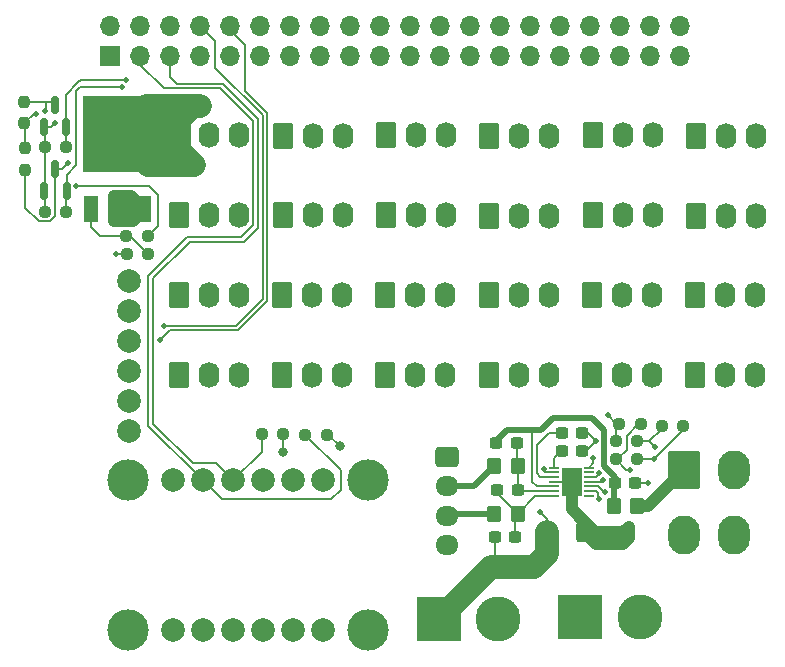
<source format=gbr>
%TF.GenerationSoftware,KiCad,Pcbnew,(6.0.1)*%
%TF.CreationDate,2022-03-24T21:22:16+00:00*%
%TF.ProjectId,isopod_distro,69736f70-6f64-45f6-9469-7374726f2e6b,rev?*%
%TF.SameCoordinates,Original*%
%TF.FileFunction,Copper,L1,Top*%
%TF.FilePolarity,Positive*%
%FSLAX46Y46*%
G04 Gerber Fmt 4.6, Leading zero omitted, Abs format (unit mm)*
G04 Created by KiCad (PCBNEW (6.0.1)) date 2022-03-24 21:22:16*
%MOMM*%
%LPD*%
G01*
G04 APERTURE LIST*
G04 Aperture macros list*
%AMRoundRect*
0 Rectangle with rounded corners*
0 $1 Rounding radius*
0 $2 $3 $4 $5 $6 $7 $8 $9 X,Y pos of 4 corners*
0 Add a 4 corners polygon primitive as box body*
4,1,4,$2,$3,$4,$5,$6,$7,$8,$9,$2,$3,0*
0 Add four circle primitives for the rounded corners*
1,1,$1+$1,$2,$3*
1,1,$1+$1,$4,$5*
1,1,$1+$1,$6,$7*
1,1,$1+$1,$8,$9*
0 Add four rect primitives between the rounded corners*
20,1,$1+$1,$2,$3,$4,$5,0*
20,1,$1+$1,$4,$5,$6,$7,0*
20,1,$1+$1,$6,$7,$8,$9,0*
20,1,$1+$1,$8,$9,$2,$3,0*%
G04 Aperture macros list end*
%TA.AperFunction,ComponentPad*%
%ADD10RoundRect,0.250001X-1.099999X-1.399999X1.099999X-1.399999X1.099999X1.399999X-1.099999X1.399999X0*%
%TD*%
%TA.AperFunction,ComponentPad*%
%ADD11O,2.700000X3.300000*%
%TD*%
%TA.AperFunction,SMDPad,CuDef*%
%ADD12RoundRect,0.150000X0.150000X-0.587500X0.150000X0.587500X-0.150000X0.587500X-0.150000X-0.587500X0*%
%TD*%
%TA.AperFunction,SMDPad,CuDef*%
%ADD13RoundRect,0.237500X-0.250000X-0.237500X0.250000X-0.237500X0.250000X0.237500X-0.250000X0.237500X0*%
%TD*%
%TA.AperFunction,SMDPad,CuDef*%
%ADD14RoundRect,0.237500X-0.300000X-0.237500X0.300000X-0.237500X0.300000X0.237500X-0.300000X0.237500X0*%
%TD*%
%TA.AperFunction,ComponentPad*%
%ADD15RoundRect,0.250000X-0.620000X-0.845000X0.620000X-0.845000X0.620000X0.845000X-0.620000X0.845000X0*%
%TD*%
%TA.AperFunction,ComponentPad*%
%ADD16O,1.740000X2.190000*%
%TD*%
%TA.AperFunction,SMDPad,CuDef*%
%ADD17RoundRect,0.237500X0.237500X-0.250000X0.237500X0.250000X-0.237500X0.250000X-0.237500X-0.250000X0*%
%TD*%
%TA.AperFunction,ComponentPad*%
%ADD18R,1.700000X1.700000*%
%TD*%
%TA.AperFunction,ComponentPad*%
%ADD19O,1.700000X1.700000*%
%TD*%
%TA.AperFunction,ComponentPad*%
%ADD20R,3.800000X3.800000*%
%TD*%
%TA.AperFunction,ComponentPad*%
%ADD21C,3.800000*%
%TD*%
%TA.AperFunction,SMDPad,CuDef*%
%ADD22RoundRect,0.250000X-0.400000X-0.625000X0.400000X-0.625000X0.400000X0.625000X-0.400000X0.625000X0*%
%TD*%
%TA.AperFunction,SMDPad,CuDef*%
%ADD23RoundRect,0.237500X0.300000X0.237500X-0.300000X0.237500X-0.300000X-0.237500X0.300000X-0.237500X0*%
%TD*%
%TA.AperFunction,SMDPad,CuDef*%
%ADD24RoundRect,0.250000X0.350000X0.450000X-0.350000X0.450000X-0.350000X-0.450000X0.350000X-0.450000X0*%
%TD*%
%TA.AperFunction,SMDPad,CuDef*%
%ADD25RoundRect,0.237500X0.250000X0.237500X-0.250000X0.237500X-0.250000X-0.237500X0.250000X-0.237500X0*%
%TD*%
%TA.AperFunction,SMDPad,CuDef*%
%ADD26RoundRect,0.250000X-0.350000X-0.450000X0.350000X-0.450000X0.350000X0.450000X-0.350000X0.450000X0*%
%TD*%
%TA.AperFunction,ComponentPad*%
%ADD27C,2.000000*%
%TD*%
%TA.AperFunction,WasherPad*%
%ADD28C,3.500000*%
%TD*%
%TA.AperFunction,ComponentPad*%
%ADD29RoundRect,0.250000X-0.725000X0.600000X-0.725000X-0.600000X0.725000X-0.600000X0.725000X0.600000X0*%
%TD*%
%TA.AperFunction,ComponentPad*%
%ADD30O,1.950000X1.700000*%
%TD*%
%TA.AperFunction,SMDPad,CuDef*%
%ADD31R,1.200000X2.200000*%
%TD*%
%TA.AperFunction,SMDPad,CuDef*%
%ADD32R,5.800000X6.400000*%
%TD*%
%TA.AperFunction,SMDPad,CuDef*%
%ADD33RoundRect,0.050000X-0.337500X-0.050000X0.337500X-0.050000X0.337500X0.050000X-0.337500X0.050000X0*%
%TD*%
%TA.AperFunction,SMDPad,CuDef*%
%ADD34R,1.780000X2.350000*%
%TD*%
%TA.AperFunction,SMDPad,CuDef*%
%ADD35RoundRect,0.237500X-0.237500X0.250000X-0.237500X-0.250000X0.237500X-0.250000X0.237500X0.250000X0*%
%TD*%
%TA.AperFunction,ViaPad*%
%ADD36C,1.000000*%
%TD*%
%TA.AperFunction,ViaPad*%
%ADD37C,0.460000*%
%TD*%
%TA.AperFunction,ViaPad*%
%ADD38C,0.800000*%
%TD*%
%TA.AperFunction,Conductor*%
%ADD39C,0.200000*%
%TD*%
%TA.AperFunction,Conductor*%
%ADD40C,1.000000*%
%TD*%
%TA.AperFunction,Conductor*%
%ADD41C,0.500000*%
%TD*%
%TA.AperFunction,Conductor*%
%ADD42C,2.000000*%
%TD*%
G04 APERTURE END LIST*
D10*
%TO.P,J8,1,Pin_1*%
%TO.N,Net-(J1-Pad2)*%
X207000000Y-139850000D03*
D11*
%TO.P,J8,2,Pin_2*%
%TO.N,GND*%
X211200000Y-139850000D03*
%TO.P,J8,3,Pin_3*%
X207000000Y-145350000D03*
%TO.P,J8,4,Pin_4*%
%TO.N,+5V*%
X211200000Y-145350000D03*
%TD*%
D12*
%TO.P,Q2,1,G*%
%TO.N,+3V3*%
X152800000Y-116187500D03*
%TO.P,Q2,2,S*%
%TO.N,/LED_DATA_LV_1*%
X154700000Y-116187500D03*
%TO.P,Q2,3,D*%
%TO.N,/LED_DATA_1*%
X153750000Y-114312500D03*
%TD*%
D13*
%TO.P,R11,1*%
%TO.N,+3V3*%
X152837500Y-112500000D03*
%TO.P,R11,2*%
%TO.N,/LED_DATA_LV_2*%
X154662500Y-112500000D03*
%TD*%
D14*
%TO.P,C1,1*%
%TO.N,Net-(C1-Pad1)*%
X196600000Y-138200000D03*
%TO.P,C1,2*%
%TO.N,GND*%
X198325000Y-138200000D03*
%TD*%
D15*
%TO.P,J23,1,Pin_1*%
%TO.N,/LED_GND*%
X164230000Y-131750000D03*
D16*
%TO.P,J23,2,Pin_2*%
%TO.N,Net-(J18-Pad2)*%
X166770000Y-131750000D03*
%TO.P,J23,3,Pin_3*%
%TO.N,+5V*%
X169310000Y-131750000D03*
%TD*%
D15*
%TO.P,J15,1,Pin_1*%
%TO.N,/LED_GND*%
X207980000Y-118270000D03*
D16*
%TO.P,J15,2,Pin_2*%
%TO.N,Net-(J15-Pad2)*%
X210520000Y-118270000D03*
%TO.P,J15,3,Pin_3*%
%TO.N,+5V*%
X213060000Y-118270000D03*
%TD*%
D17*
%TO.P,R12,1*%
%TO.N,+5V*%
X151112500Y-110475000D03*
%TO.P,R12,2*%
%TO.N,/LED_DATA_2*%
X151112500Y-108650000D03*
%TD*%
D18*
%TO.P,J30,1,3V3*%
%TO.N,+3V3*%
X158375000Y-104775000D03*
D19*
%TO.P,J30,2,5V*%
%TO.N,+5V*%
X158375000Y-102235000D03*
%TO.P,J30,3,SDA/GPIO2*%
%TO.N,/I2C_SDA*%
X160915000Y-104775000D03*
%TO.P,J30,4,5V*%
%TO.N,+5V*%
X160915000Y-102235000D03*
%TO.P,J30,5,SCL/GPIO3*%
%TO.N,/I2C_SCL*%
X163455000Y-104775000D03*
%TO.P,J30,6,GND*%
%TO.N,GND*%
X163455000Y-102235000D03*
%TO.P,J30,7,GCLK0/GPIO4*%
%TO.N,unconnected-(J30-Pad7)*%
X165995000Y-104775000D03*
%TO.P,J30,8,GPIO14/TXD*%
%TO.N,/GPS_RXD*%
X165995000Y-102235000D03*
%TO.P,J30,9,GND*%
%TO.N,GND*%
X168535000Y-104775000D03*
%TO.P,J30,10,GPIO15/RXD*%
%TO.N,/GPS_TXD*%
X168535000Y-102235000D03*
%TO.P,J30,11,GPIO17*%
%TO.N,unconnected-(J30-Pad11)*%
X171075000Y-104775000D03*
%TO.P,J30,12,GPIO18/PWM0*%
%TO.N,unconnected-(J30-Pad12)*%
X171075000Y-102235000D03*
%TO.P,J30,13,GPIO27*%
%TO.N,unconnected-(J30-Pad13)*%
X173615000Y-104775000D03*
%TO.P,J30,14,GND*%
%TO.N,GND*%
X173615000Y-102235000D03*
%TO.P,J30,15,GPIO22*%
%TO.N,unconnected-(J30-Pad15)*%
X176155000Y-104775000D03*
%TO.P,J30,16,GPIO23*%
%TO.N,unconnected-(J30-Pad16)*%
X176155000Y-102235000D03*
%TO.P,J30,17,3V3*%
%TO.N,+3V3*%
X178695000Y-104775000D03*
%TO.P,J30,18,GPIO24*%
%TO.N,unconnected-(J30-Pad18)*%
X178695000Y-102235000D03*
%TO.P,J30,19,MOSI0/GPIO10*%
%TO.N,unconnected-(J30-Pad19)*%
X181235000Y-104775000D03*
%TO.P,J30,20,GND*%
%TO.N,GND*%
X181235000Y-102235000D03*
%TO.P,J30,21,MISO0/GPIO9*%
%TO.N,unconnected-(J30-Pad21)*%
X183775000Y-104775000D03*
%TO.P,J30,22,GPIO25*%
%TO.N,unconnected-(J30-Pad22)*%
X183775000Y-102235000D03*
%TO.P,J30,23,SCLK0/GPIO11*%
%TO.N,unconnected-(J30-Pad23)*%
X186315000Y-104775000D03*
%TO.P,J30,24,~{CE0}/GPIO8*%
%TO.N,unconnected-(J30-Pad24)*%
X186315000Y-102235000D03*
%TO.P,J30,25,GND*%
%TO.N,GND*%
X188855000Y-104775000D03*
%TO.P,J30,26,~{CE1}/GPIO7*%
%TO.N,unconnected-(J30-Pad26)*%
X188855000Y-102235000D03*
%TO.P,J30,27,ID_SD/GPIO0*%
%TO.N,unconnected-(J30-Pad27)*%
X191395000Y-104775000D03*
%TO.P,J30,28,ID_SC/GPIO1*%
%TO.N,unconnected-(J30-Pad28)*%
X191395000Y-102235000D03*
%TO.P,J30,29,GCLK1/GPIO5*%
%TO.N,/LED_PWR_EN*%
X193935000Y-104775000D03*
%TO.P,J30,30,GND*%
%TO.N,GND*%
X193935000Y-102235000D03*
%TO.P,J30,31,GCLK2/GPIO6*%
%TO.N,unconnected-(J30-Pad31)*%
X196475000Y-104775000D03*
%TO.P,J30,32,PWM0/GPIO12*%
%TO.N,/LED_DATA_LV_1*%
X196475000Y-102235000D03*
%TO.P,J30,33,PWM1/GPIO13*%
%TO.N,/LED_DATA_LV_2*%
X199015000Y-104775000D03*
%TO.P,J30,34,GND*%
%TO.N,GND*%
X199015000Y-102235000D03*
%TO.P,J30,35,GPIO19/MISO1*%
%TO.N,unconnected-(J30-Pad35)*%
X201555000Y-104775000D03*
%TO.P,J30,36,GPIO16*%
%TO.N,unconnected-(J30-Pad36)*%
X201555000Y-102235000D03*
%TO.P,J30,37,GPIO26*%
%TO.N,unconnected-(J30-Pad37)*%
X204095000Y-104775000D03*
%TO.P,J30,38,GPIO20/MOSI1*%
%TO.N,unconnected-(J30-Pad38)*%
X204095000Y-102235000D03*
%TO.P,J30,39,GND*%
%TO.N,GND*%
X206635000Y-104775000D03*
%TO.P,J30,40,GPIO21/SCLK1*%
%TO.N,unconnected-(J30-Pad40)*%
X206635000Y-102235000D03*
%TD*%
D12*
%TO.P,Q3,1,G*%
%TO.N,+3V3*%
X152750000Y-110750000D03*
%TO.P,Q3,2,S*%
%TO.N,/LED_DATA_LV_2*%
X154650000Y-110750000D03*
%TO.P,Q3,3,D*%
%TO.N,/LED_DATA_2*%
X153700000Y-108875000D03*
%TD*%
D15*
%TO.P,J11,1,Pin_1*%
%TO.N,/LED_GND*%
X172980000Y-118250000D03*
D16*
%TO.P,J11,2,Pin_2*%
%TO.N,Net-(J11-Pad2)*%
X175520000Y-118250000D03*
%TO.P,J11,3,Pin_3*%
%TO.N,+5V*%
X178060000Y-118250000D03*
%TD*%
D20*
%TO.P,J16,1,Pin_1*%
%TO.N,Net-(C6-Pad2)*%
X186200000Y-152400000D03*
D21*
%TO.P,J16,2,Pin_2*%
%TO.N,Net-(J1-Pad2)*%
X191200000Y-152400000D03*
%TD*%
D15*
%TO.P,J14,1,Pin_1*%
%TO.N,/LED_GND*%
X199230000Y-118250000D03*
D16*
%TO.P,J14,2,Pin_2*%
%TO.N,Net-(J14-Pad2)*%
X201770000Y-118250000D03*
%TO.P,J14,3,Pin_3*%
%TO.N,+5V*%
X204310000Y-118250000D03*
%TD*%
D22*
%TO.P,R4,1*%
%TO.N,Net-(C6-Pad2)*%
X195400000Y-145100000D03*
%TO.P,R4,2*%
%TO.N,GND*%
X198500000Y-145100000D03*
%TD*%
D15*
%TO.P,J13,1,Pin_1*%
%TO.N,/LED_GND*%
X190480000Y-118270000D03*
D16*
%TO.P,J13,2,Pin_2*%
%TO.N,Net-(J13-Pad2)*%
X193020000Y-118270000D03*
%TO.P,J13,3,Pin_3*%
%TO.N,+5V*%
X195560000Y-118270000D03*
%TD*%
D23*
%TO.P,C5,1*%
%TO.N,Net-(C3-Pad2)*%
X192900000Y-141500000D03*
%TO.P,C5,2*%
%TO.N,Net-(C5-Pad2)*%
X191175000Y-141500000D03*
%TD*%
D13*
%TO.P,R8,1*%
%TO.N,/I2C_SCL*%
X171200000Y-136800000D03*
%TO.P,R8,2*%
%TO.N,Net-(R8-Pad2)*%
X173025000Y-136800000D03*
%TD*%
D20*
%TO.P,J1,1,Pin_1*%
%TO.N,GND*%
X198200000Y-152300000D03*
D21*
%TO.P,J1,2,Pin_2*%
%TO.N,Net-(J1-Pad2)*%
X203200000Y-152300000D03*
%TD*%
D24*
%TO.P,R1,1*%
%TO.N,Net-(J1-Pad2)*%
X203000000Y-142900000D03*
%TO.P,R1,2*%
%TO.N,Net-(C3-Pad1)*%
X201000000Y-142900000D03*
%TD*%
D15*
%TO.P,J19,1,Pin_1*%
%TO.N,/LED_GND*%
X181670000Y-124960000D03*
D16*
%TO.P,J19,2,Pin_2*%
%TO.N,Net-(J19-Pad2)*%
X184210000Y-124960000D03*
%TO.P,J19,3,Pin_3*%
%TO.N,+5V*%
X186750000Y-124960000D03*
%TD*%
D25*
%TO.P,R5,1*%
%TO.N,/LED_PWR_EN*%
X161575000Y-120000000D03*
%TO.P,R5,2*%
%TO.N,Net-(Q1-Pad1)*%
X159750000Y-120000000D03*
%TD*%
D15*
%TO.P,J2,1,Pin_1*%
%TO.N,/LED_GND*%
X164230000Y-111480000D03*
D16*
%TO.P,J2,2,Pin_2*%
%TO.N,/LED_DATA_1*%
X166770000Y-111480000D03*
%TO.P,J2,3,Pin_3*%
%TO.N,+5V*%
X169310000Y-111480000D03*
%TD*%
D14*
%TO.P,C4,1*%
%TO.N,Net-(C3-Pad1)*%
X201100000Y-140900000D03*
%TO.P,C4,2*%
%TO.N,GND*%
X202825000Y-140900000D03*
%TD*%
D26*
%TO.P,R2,1*%
%TO.N,Net-(J29-Pad2)*%
X190900000Y-139500000D03*
%TO.P,R2,2*%
%TO.N,Net-(C3-Pad2)*%
X192900000Y-139500000D03*
%TD*%
D15*
%TO.P,J25,1,Pin_1*%
%TO.N,/LED_GND*%
X181670000Y-131750000D03*
D16*
%TO.P,J25,2,Pin_2*%
%TO.N,Net-(J20-Pad2)*%
X184210000Y-131750000D03*
%TO.P,J25,3,Pin_3*%
%TO.N,+5V*%
X186750000Y-131750000D03*
%TD*%
D27*
%TO.P,U2,1,SDA*%
%TO.N,unconnected-(U2-Pad1)*%
X160000000Y-136500000D03*
%TO.P,U2,2,SCL*%
%TO.N,unconnected-(U2-Pad2)*%
X160000000Y-133960000D03*
%TO.P,U2,3,TXD*%
%TO.N,/GPS_TXD*%
X160000000Y-131420000D03*
%TO.P,U2,4,RXD*%
%TO.N,/GPS_RXD*%
X160000000Y-128880000D03*
%TO.P,U2,5,GND*%
%TO.N,GND*%
X160000000Y-126340000D03*
%TO.P,U2,6,VCC*%
%TO.N,+3V3*%
X160000000Y-123800000D03*
%TD*%
D26*
%TO.P,R3,1*%
%TO.N,Net-(J29-Pad3)*%
X190900000Y-143500000D03*
%TO.P,R3,2*%
%TO.N,Net-(C5-Pad2)*%
X192900000Y-143500000D03*
%TD*%
D28*
%TO.P,U3,*%
%TO.N,*%
X159880000Y-153400000D03*
X180200000Y-153400000D03*
X180200000Y-140700000D03*
X159880000Y-140700000D03*
D27*
%TO.P,U3,1,VIN*%
%TO.N,+3V3*%
X176390000Y-140700000D03*
%TO.P,U3,2,1V8*%
%TO.N,unconnected-(U3-Pad2)*%
X173850000Y-140700000D03*
%TO.P,U3,3,GND*%
%TO.N,GND*%
X171310000Y-140700000D03*
%TO.P,U3,4,SCL/SCK*%
%TO.N,/I2C_SCL*%
X168770000Y-140700000D03*
%TO.P,U3,5,SDA/MOSI*%
%TO.N,/I2C_SDA*%
X166230000Y-140700000D03*
%TO.P,U3,6,INT*%
%TO.N,unconnected-(U3-Pad6)*%
X163690000Y-140700000D03*
%TO.P,U3,7,FS*%
%TO.N,unconnected-(U3-Pad7)*%
X176390000Y-153400000D03*
%TO.P,U3,8,AD*%
%TO.N,unconnected-(U3-Pad8)*%
X173850000Y-153400000D03*
%TO.P,U3,9,AC*%
%TO.N,unconnected-(U3-Pad9)*%
X171310000Y-153400000D03*
%TO.P,U3,10,G*%
%TO.N,GND*%
X168770000Y-153400000D03*
%TO.P,U3,11,SDO/MISO*%
%TO.N,unconnected-(U3-Pad11)*%
X166230000Y-153400000D03*
%TO.P,U3,12,CS*%
%TO.N,unconnected-(U3-Pad12)*%
X163690000Y-153400000D03*
%TD*%
D15*
%TO.P,J4,1,Pin_1*%
%TO.N,/LED_GND*%
X181730000Y-111480000D03*
D16*
%TO.P,J4,2,Pin_2*%
%TO.N,Net-(J11-Pad2)*%
X184270000Y-111480000D03*
%TO.P,J4,3,Pin_3*%
%TO.N,+5V*%
X186810000Y-111480000D03*
%TD*%
D14*
%TO.P,C3,1*%
%TO.N,Net-(C3-Pad1)*%
X191075000Y-137500000D03*
%TO.P,C3,2*%
%TO.N,Net-(C3-Pad2)*%
X192800000Y-137500000D03*
%TD*%
D29*
%TO.P,J29,1,Pin_1*%
%TO.N,unconnected-(J29-Pad1)*%
X186900000Y-138700000D03*
D30*
%TO.P,J29,2,Pin_2*%
%TO.N,Net-(J29-Pad2)*%
X186900000Y-141200000D03*
%TO.P,J29,3,Pin_3*%
%TO.N,Net-(J29-Pad3)*%
X186900000Y-143700000D03*
%TO.P,J29,4,Pin_4*%
%TO.N,unconnected-(J29-Pad4)*%
X186900000Y-146200000D03*
%TD*%
D15*
%TO.P,J17,1,Pin_1*%
%TO.N,/LED_GND*%
X164230000Y-124980000D03*
D16*
%TO.P,J17,2,Pin_2*%
%TO.N,Net-(J17-Pad2)*%
X166770000Y-124980000D03*
%TO.P,J17,3,Pin_3*%
%TO.N,+5V*%
X169310000Y-124980000D03*
%TD*%
D23*
%TO.P,C6,1*%
%TO.N,Net-(C5-Pad2)*%
X192700000Y-145500000D03*
%TO.P,C6,2*%
%TO.N,Net-(C6-Pad2)*%
X190975000Y-145500000D03*
%TD*%
D15*
%TO.P,J27,1,Pin_1*%
%TO.N,/LED_GND*%
X199170000Y-131730000D03*
D16*
%TO.P,J27,2,Pin_2*%
%TO.N,Net-(J22-Pad2)*%
X201710000Y-131730000D03*
%TO.P,J27,3,Pin_3*%
%TO.N,+5V*%
X204250000Y-131730000D03*
%TD*%
D15*
%TO.P,J6,1,Pin_1*%
%TO.N,/LED_GND*%
X199230000Y-111480000D03*
D16*
%TO.P,J6,2,Pin_2*%
%TO.N,Net-(J13-Pad2)*%
X201770000Y-111480000D03*
%TO.P,J6,3,Pin_3*%
%TO.N,+5V*%
X204310000Y-111480000D03*
%TD*%
D15*
%TO.P,J20,1,Pin_1*%
%TO.N,/LED_GND*%
X190420000Y-124960000D03*
D16*
%TO.P,J20,2,Pin_2*%
%TO.N,Net-(J20-Pad2)*%
X192960000Y-124960000D03*
%TO.P,J20,3,Pin_3*%
%TO.N,+5V*%
X195500000Y-124960000D03*
%TD*%
D25*
%TO.P,R7,1*%
%TO.N,Net-(R7-Pad1)*%
X176712500Y-136810000D03*
%TO.P,R7,2*%
%TO.N,/I2C_SDA*%
X174887500Y-136810000D03*
%TD*%
D15*
%TO.P,J12,1,Pin_1*%
%TO.N,/LED_GND*%
X181730000Y-118250000D03*
D16*
%TO.P,J12,2,Pin_2*%
%TO.N,Net-(J12-Pad2)*%
X184270000Y-118250000D03*
%TO.P,J12,3,Pin_3*%
%TO.N,+5V*%
X186810000Y-118250000D03*
%TD*%
D15*
%TO.P,J5,1,Pin_1*%
%TO.N,/LED_GND*%
X190480000Y-111500000D03*
D16*
%TO.P,J5,2,Pin_2*%
%TO.N,Net-(J12-Pad2)*%
X193020000Y-111500000D03*
%TO.P,J5,3,Pin_3*%
%TO.N,+5V*%
X195560000Y-111500000D03*
%TD*%
D15*
%TO.P,J10,1,Pin_1*%
%TO.N,/LED_GND*%
X164230000Y-118250000D03*
D16*
%TO.P,J10,2,Pin_2*%
%TO.N,Net-(J10-Pad2)*%
X166770000Y-118250000D03*
%TO.P,J10,3,Pin_3*%
%TO.N,+5V*%
X169310000Y-118250000D03*
%TD*%
D31*
%TO.P,Q1,1,G*%
%TO.N,Net-(Q1-Pad1)*%
X156720000Y-117700000D03*
D32*
%TO.P,Q1,2,D*%
%TO.N,/LED_GND*%
X159000000Y-111400000D03*
D31*
%TO.P,Q1,3,S*%
%TO.N,GND*%
X161280000Y-117700000D03*
%TD*%
D15*
%TO.P,J18,1,Pin_1*%
%TO.N,/LED_GND*%
X172920000Y-124960000D03*
D16*
%TO.P,J18,2,Pin_2*%
%TO.N,Net-(J18-Pad2)*%
X175460000Y-124960000D03*
%TO.P,J18,3,Pin_3*%
%TO.N,+5V*%
X178000000Y-124960000D03*
%TD*%
D15*
%TO.P,J3,1,Pin_1*%
%TO.N,/LED_GND*%
X172980000Y-111500000D03*
D16*
%TO.P,J3,2,Pin_2*%
%TO.N,Net-(J10-Pad2)*%
X175520000Y-111500000D03*
%TO.P,J3,3,Pin_3*%
%TO.N,+5V*%
X178060000Y-111500000D03*
%TD*%
D15*
%TO.P,J21,1,Pin_1*%
%TO.N,/LED_GND*%
X199170000Y-124960000D03*
D16*
%TO.P,J21,2,Pin_2*%
%TO.N,Net-(J21-Pad2)*%
X201710000Y-124960000D03*
%TO.P,J21,3,Pin_3*%
%TO.N,+5V*%
X204250000Y-124960000D03*
%TD*%
D33*
%TO.P,U1,1,REG3*%
%TO.N,Net-(C1-Pad1)*%
X195967500Y-139610000D03*
%TO.P,U1,2,CSP*%
%TO.N,Net-(C6-Pad2)*%
X195967500Y-140010000D03*
%TO.P,U1,3,REG2*%
%TO.N,Net-(C2-Pad1)*%
X195967500Y-140410000D03*
%TO.P,U1,4,CSN*%
%TO.N,GND*%
X195967500Y-140810000D03*
%TO.P,U1,5,VBATT*%
%TO.N,Net-(C3-Pad1)*%
X195967500Y-141210000D03*
%TO.P,U1,6,CELL2*%
%TO.N,Net-(C3-Pad2)*%
X195967500Y-141610000D03*
%TO.P,U1,7,CELL1*%
%TO.N,Net-(C5-Pad2)*%
X195967500Y-142010000D03*
%TO.P,U1,8,ALRT1*%
%TO.N,unconnected-(U1-Pad8)*%
X198942500Y-142010000D03*
%TO.P,U1,9,AIN1*%
%TO.N,Net-(R13-Pad2)*%
X198942500Y-141610000D03*
%TO.P,U1,10,AIN2*%
%TO.N,Net-(R14-Pad2)*%
X198942500Y-141210000D03*
%TO.P,U1,11,SCL/OD*%
%TO.N,Net-(R8-Pad2)*%
X198942500Y-140810000D03*
%TO.P,U1,12,SDA/DQ*%
%TO.N,Net-(R7-Pad1)*%
X198942500Y-140410000D03*
%TO.P,U1,13,CELLx*%
%TO.N,unconnected-(U1-Pad13)*%
X198942500Y-140010000D03*
%TO.P,U1,14,THRM*%
%TO.N,Net-(R13-Pad1)*%
X198942500Y-139610000D03*
D34*
%TO.P,U1,15,EP*%
%TO.N,GND*%
X197455000Y-140810000D03*
%TD*%
D15*
%TO.P,J22,1,Pin_1*%
%TO.N,/LED_GND*%
X207920000Y-124960000D03*
D16*
%TO.P,J22,2,Pin_2*%
%TO.N,Net-(J22-Pad2)*%
X210460000Y-124960000D03*
%TO.P,J22,3,Pin_3*%
%TO.N,+5V*%
X213000000Y-124960000D03*
%TD*%
D25*
%TO.P,R14,1*%
%TO.N,Net-(R13-Pad1)*%
X203012500Y-138900000D03*
%TO.P,R14,2*%
%TO.N,Net-(R14-Pad2)*%
X201187500Y-138900000D03*
%TD*%
D15*
%TO.P,J24,1,Pin_1*%
%TO.N,/LED_GND*%
X172920000Y-131750000D03*
D16*
%TO.P,J24,2,Pin_2*%
%TO.N,Net-(J19-Pad2)*%
X175460000Y-131750000D03*
%TO.P,J24,3,Pin_3*%
%TO.N,+5V*%
X178000000Y-131750000D03*
%TD*%
D25*
%TO.P,R16,1*%
%TO.N,Net-(R14-Pad2)*%
X203300000Y-135900000D03*
%TO.P,R16,2*%
%TO.N,GND*%
X201475000Y-135900000D03*
%TD*%
D13*
%TO.P,R9,1*%
%TO.N,+3V3*%
X152837500Y-118000000D03*
%TO.P,R9,2*%
%TO.N,/LED_DATA_LV_1*%
X154662500Y-118000000D03*
%TD*%
D15*
%TO.P,J7,1,Pin_1*%
%TO.N,/LED_GND*%
X207980000Y-111500000D03*
D16*
%TO.P,J7,2,Pin_2*%
%TO.N,Net-(J14-Pad2)*%
X210520000Y-111500000D03*
%TO.P,J7,3,Pin_3*%
%TO.N,+5V*%
X213060000Y-111500000D03*
%TD*%
D15*
%TO.P,J26,1,Pin_1*%
%TO.N,/LED_GND*%
X190420000Y-131730000D03*
D16*
%TO.P,J26,2,Pin_2*%
%TO.N,Net-(J21-Pad2)*%
X192960000Y-131730000D03*
%TO.P,J26,3,Pin_3*%
%TO.N,+5V*%
X195500000Y-131730000D03*
%TD*%
D25*
%TO.P,R6,1*%
%TO.N,Net-(Q1-Pad1)*%
X161600000Y-121500000D03*
%TO.P,R6,2*%
%TO.N,GND*%
X159775000Y-121500000D03*
%TD*%
D35*
%TO.P,R10,1*%
%TO.N,+5V*%
X151200000Y-112575000D03*
%TO.P,R10,2*%
%TO.N,/LED_DATA_1*%
X151200000Y-114400000D03*
%TD*%
D25*
%TO.P,R13,1*%
%TO.N,Net-(R13-Pad1)*%
X206912500Y-136100000D03*
%TO.P,R13,2*%
%TO.N,Net-(R13-Pad2)*%
X205087500Y-136100000D03*
%TD*%
D15*
%TO.P,J28,1,Pin_1*%
%TO.N,/LED_GND*%
X207920000Y-131750000D03*
D16*
%TO.P,J28,2,Pin_2*%
%TO.N,unconnected-(J28-Pad2)*%
X210460000Y-131750000D03*
%TO.P,J28,3,Pin_3*%
%TO.N,+5V*%
X213000000Y-131750000D03*
%TD*%
D14*
%TO.P,C2,1*%
%TO.N,Net-(C2-Pad1)*%
X196600000Y-136700000D03*
%TO.P,C2,2*%
%TO.N,GND*%
X198325000Y-136700000D03*
%TD*%
D25*
%TO.P,R15,1*%
%TO.N,Net-(R13-Pad2)*%
X203012500Y-137400000D03*
%TO.P,R15,2*%
%TO.N,GND*%
X201187500Y-137400000D03*
%TD*%
D36*
%TO.N,GND*%
X201000000Y-146100000D03*
X158700000Y-117700000D03*
D37*
X199500000Y-137400000D03*
D36*
X159800000Y-118700000D03*
X158700000Y-116600000D03*
X159800000Y-116600000D03*
X197455000Y-143155000D03*
X200000000Y-145100000D03*
X200000000Y-146100000D03*
X158700000Y-118700000D03*
D37*
X158900000Y-121500000D03*
D36*
X202300000Y-144600000D03*
D37*
X203900000Y-140900000D03*
D36*
X159800000Y-117700000D03*
D37*
X200500000Y-135200000D03*
D36*
X202300000Y-145600000D03*
X201000000Y-145100000D03*
D37*
%TO.N,Net-(C6-Pad2)*%
X194800000Y-143400000D03*
X195100000Y-139700000D03*
D36*
%TO.N,/LED_GND*%
X164230000Y-113980000D03*
X162980000Y-113980000D03*
X165600000Y-109000000D03*
X162700000Y-112800000D03*
X162600000Y-111400000D03*
X165500000Y-114000000D03*
X162570000Y-110170000D03*
X162880000Y-109020000D03*
X164230000Y-109020000D03*
D37*
%TO.N,/LED_DATA_1*%
X154800000Y-113800000D03*
%TO.N,+5V*%
X152100000Y-109700000D03*
%TO.N,+3V3*%
X153700000Y-110400000D03*
%TO.N,/GPS_RXD*%
X162900000Y-127600000D03*
%TO.N,/GPS_TXD*%
X162610000Y-128810000D03*
%TO.N,/LED_PWR_EN*%
X155500000Y-115800000D03*
%TO.N,/LED_DATA_LV_1*%
X159400000Y-107400000D03*
%TO.N,/LED_DATA_LV_2*%
X159700000Y-106800000D03*
%TO.N,/LED_DATA_2*%
X152900000Y-109400000D03*
D38*
%TO.N,Net-(R7-Pad1)*%
X177800000Y-137800000D03*
D37*
X199800000Y-140100000D03*
D38*
%TO.N,Net-(R8-Pad2)*%
X173000000Y-138300000D03*
D37*
X200100000Y-140700000D03*
%TO.N,Net-(R13-Pad1)*%
X199300000Y-138800000D03*
X204400000Y-138900000D03*
%TO.N,Net-(R13-Pad2)*%
X204500000Y-137900000D03*
X199800000Y-142300000D03*
%TO.N,Net-(R14-Pad2)*%
X202400000Y-139800000D03*
X200300000Y-141700000D03*
%TD*%
D39*
%TO.N,Net-(C1-Pad1)*%
X195967500Y-139610000D02*
X195967500Y-138832500D01*
X195967500Y-138832500D02*
X196600000Y-138200000D01*
D40*
%TO.N,GND*%
X199400000Y-145100000D02*
X197455000Y-143155000D01*
D39*
X159775000Y-121500000D02*
X158900000Y-121500000D01*
X202825000Y-140900000D02*
X203900000Y-140900000D01*
D40*
X200000000Y-145100000D02*
X201000000Y-145100000D01*
X160280000Y-118700000D02*
X161280000Y-117700000D01*
X198500000Y-144200000D02*
X197455000Y-143155000D01*
X197455000Y-143155000D02*
X197455000Y-140810000D01*
X159050000Y-116950000D02*
X159800000Y-117700000D01*
X158700000Y-116600000D02*
X159050000Y-116950000D01*
D39*
X198325000Y-138200000D02*
X198700000Y-138200000D01*
D40*
X198500000Y-145100000D02*
X198500000Y-144200000D01*
X159800000Y-117700000D02*
X159800000Y-116600000D01*
X202300000Y-144600000D02*
X202300000Y-145600000D01*
X199500000Y-146100000D02*
X200000000Y-146100000D01*
X158700000Y-117700000D02*
X158700000Y-116600000D01*
X159800000Y-118700000D02*
X160280000Y-118700000D01*
X159800000Y-117700000D02*
X158700000Y-117700000D01*
X161280000Y-117700000D02*
X159800000Y-117700000D01*
X159800000Y-117700000D02*
X159800000Y-118700000D01*
D39*
X198800000Y-136700000D02*
X199500000Y-137400000D01*
D40*
X201000000Y-146100000D02*
X201800000Y-146100000D01*
X201800000Y-145100000D02*
X202300000Y-144600000D01*
X198500000Y-145100000D02*
X199500000Y-146100000D01*
X158700000Y-117700000D02*
X158700000Y-118700000D01*
X198500000Y-145100000D02*
X200000000Y-145100000D01*
D39*
X201187500Y-137400000D02*
X201187500Y-136187500D01*
D40*
X201800000Y-146100000D02*
X202300000Y-145600000D01*
X200000000Y-146100000D02*
X201000000Y-146100000D01*
X158700000Y-118700000D02*
X159800000Y-118700000D01*
X201000000Y-145100000D02*
X201800000Y-145100000D01*
D39*
X198325000Y-136700000D02*
X198800000Y-136700000D01*
D40*
X200000000Y-145100000D02*
X199400000Y-145100000D01*
D39*
X201187500Y-136187500D02*
X201475000Y-135900000D01*
X201475000Y-135900000D02*
X201200000Y-135900000D01*
D40*
X201000000Y-145100000D02*
X201000000Y-146100000D01*
X159800000Y-116600000D02*
X158700000Y-116600000D01*
X159800000Y-116600000D02*
X160180000Y-116600000D01*
X160180000Y-116600000D02*
X161280000Y-117700000D01*
D39*
X198700000Y-138200000D02*
X199500000Y-137400000D01*
D40*
X200000000Y-145100000D02*
X200000000Y-146100000D01*
D39*
X201200000Y-135900000D02*
X200500000Y-135200000D01*
X195967500Y-140810000D02*
X197455000Y-140810000D01*
%TO.N,Net-(C2-Pad1)*%
X194500000Y-137700000D02*
X195500000Y-136700000D01*
X194500000Y-140100000D02*
X194500000Y-137700000D01*
X194810000Y-140410000D02*
X194500000Y-140100000D01*
X195967500Y-140410000D02*
X194810000Y-140410000D01*
X195500000Y-136700000D02*
X196600000Y-136700000D01*
D41*
%TO.N,Net-(C3-Pad1)*%
X191075000Y-137500000D02*
X191075000Y-137325000D01*
X192000000Y-136400000D02*
X194100000Y-136400000D01*
X199200000Y-135400000D02*
X200200000Y-136400000D01*
X195900000Y-135400000D02*
X199200000Y-135400000D01*
X194900000Y-136400000D02*
X195900000Y-135400000D01*
D39*
X195967500Y-141210000D02*
X194510000Y-141210000D01*
D41*
X191075000Y-137325000D02*
X192000000Y-136400000D01*
X201000000Y-141000000D02*
X201100000Y-140900000D01*
D39*
X194510000Y-141210000D02*
X194100000Y-140800000D01*
X194100000Y-140800000D02*
X194100000Y-136400000D01*
D41*
X200200000Y-136400000D02*
X200200000Y-139500000D01*
X201000000Y-142900000D02*
X201000000Y-141000000D01*
X194100000Y-136400000D02*
X194900000Y-136400000D01*
X200200000Y-139500000D02*
X201100000Y-140400000D01*
X201100000Y-140400000D02*
X201100000Y-140900000D01*
D39*
%TO.N,Net-(C3-Pad2)*%
X192800000Y-139400000D02*
X192900000Y-139500000D01*
X192800000Y-137500000D02*
X192800000Y-139400000D01*
X195967500Y-141610000D02*
X193010000Y-141610000D01*
X193010000Y-141610000D02*
X192900000Y-141500000D01*
X192900000Y-139500000D02*
X192900000Y-141500000D01*
%TO.N,Net-(C5-Pad2)*%
X192700000Y-145500000D02*
X192700000Y-143700000D01*
X194390000Y-142010000D02*
X192900000Y-143500000D01*
X191175000Y-141500000D02*
X191175000Y-141775000D01*
X192700000Y-143700000D02*
X192900000Y-143500000D01*
X195967500Y-142010000D02*
X194390000Y-142010000D01*
X191175000Y-141775000D02*
X192900000Y-143500000D01*
%TO.N,Net-(C6-Pad2)*%
X190975000Y-145500000D02*
X190975000Y-147625000D01*
D42*
X195400000Y-146900000D02*
X195400000Y-145100000D01*
X190600000Y-148000000D02*
X194300000Y-148000000D01*
D39*
X195210000Y-140010000D02*
X195000000Y-139800000D01*
X194800000Y-143400000D02*
X195400000Y-144000000D01*
D42*
X186200000Y-152400000D02*
X190600000Y-148000000D01*
D39*
X195400000Y-144000000D02*
X195400000Y-145100000D01*
X190975000Y-147625000D02*
X190600000Y-148000000D01*
X195000000Y-139800000D02*
X195100000Y-139700000D01*
D42*
X194300000Y-148000000D02*
X195400000Y-146900000D01*
D39*
X195967500Y-140010000D02*
X195210000Y-140010000D01*
D42*
%TO.N,/LED_GND*%
X161580000Y-113980000D02*
X159000000Y-111400000D01*
D40*
X159000000Y-111400000D02*
X160400000Y-112800000D01*
X162600000Y-111400000D02*
X162600000Y-112700000D01*
D42*
X165600000Y-109000000D02*
X165400000Y-109000000D01*
D40*
X162570000Y-110170000D02*
X164230000Y-110170000D01*
D42*
X164230000Y-112730000D02*
X164230000Y-110170000D01*
X159000000Y-111400000D02*
X162100000Y-111400000D01*
X164230000Y-109020000D02*
X161380000Y-109020000D01*
D40*
X162600000Y-111400000D02*
X162600000Y-110200000D01*
X160400000Y-112800000D02*
X162700000Y-112800000D01*
X164230000Y-110170000D02*
X164230000Y-109020000D01*
X162100000Y-111400000D02*
X162600000Y-111400000D01*
X162600000Y-112700000D02*
X162700000Y-112800000D01*
D42*
X164230000Y-113980000D02*
X165480000Y-113980000D01*
X165480000Y-113980000D02*
X165500000Y-114000000D01*
X165600000Y-109000000D02*
X165980000Y-109020000D01*
X165500000Y-114000000D02*
X164230000Y-112730000D01*
D40*
X162880000Y-109020000D02*
X161380000Y-109020000D01*
D42*
X164230000Y-113980000D02*
X161580000Y-113980000D01*
D40*
X164150000Y-111400000D02*
X164230000Y-111480000D01*
D42*
X165400000Y-109000000D02*
X164230000Y-110170000D01*
X165980000Y-109020000D02*
X164230000Y-109020000D01*
D40*
X159000000Y-111400000D02*
X160230000Y-110170000D01*
X162700000Y-112800000D02*
X164400000Y-112800000D01*
X161380000Y-109020000D02*
X159000000Y-111400000D01*
D42*
X164230000Y-109020000D02*
X162880000Y-109020000D01*
D40*
X160230000Y-110170000D02*
X162570000Y-110170000D01*
X164230000Y-111480000D02*
X164230000Y-110170000D01*
D42*
X162600000Y-111400000D02*
X164150000Y-111400000D01*
D40*
X162600000Y-110200000D02*
X162570000Y-110170000D01*
D39*
%TO.N,/LED_DATA_1*%
X151200000Y-117609460D02*
X152365060Y-118774520D01*
X151200000Y-114400000D02*
X151200000Y-117609460D01*
X152365060Y-118774520D02*
X153309940Y-118774520D01*
X153750000Y-118334460D02*
X153750000Y-114312500D01*
X154287500Y-114312500D02*
X154800000Y-113800000D01*
X153750000Y-114312500D02*
X154287500Y-114312500D01*
X153309940Y-118774520D02*
X153750000Y-118334460D01*
%TO.N,+5V*%
X151112500Y-110475000D02*
X151125000Y-110475000D01*
X151200000Y-110562500D02*
X151112500Y-110475000D01*
X151125000Y-110475000D02*
X152000000Y-109600000D01*
X151200000Y-112575000D02*
X151200000Y-110562500D01*
X152000000Y-109600000D02*
X152100000Y-109700000D01*
D41*
%TO.N,Net-(J29-Pad2)*%
X189200000Y-141200000D02*
X186900000Y-141200000D01*
X190900000Y-139500000D02*
X189200000Y-141200000D01*
%TO.N,Net-(J29-Pad3)*%
X187100000Y-143500000D02*
X186900000Y-143700000D01*
X190900000Y-143500000D02*
X187100000Y-143500000D01*
D39*
%TO.N,+3V3*%
X152837500Y-112500000D02*
X152837500Y-110837500D01*
X153350000Y-110750000D02*
X153700000Y-110400000D01*
X152837500Y-112500000D02*
X152837500Y-116150000D01*
X152837500Y-110837500D02*
X152750000Y-110750000D01*
X152750000Y-110750000D02*
X153350000Y-110750000D01*
X152837500Y-118000000D02*
X152837500Y-116225000D01*
X152837500Y-116150000D02*
X152800000Y-116187500D01*
X152837500Y-116225000D02*
X152800000Y-116187500D01*
%TO.N,/I2C_SDA*%
X167830000Y-142300000D02*
X177100000Y-142300000D01*
X177900000Y-139822500D02*
X174887500Y-136810000D01*
X170500000Y-110300000D02*
X170500000Y-119100000D01*
X161600000Y-136070000D02*
X166230000Y-140700000D01*
X162900000Y-107500000D02*
X167700000Y-107500000D01*
X160915000Y-105515000D02*
X162900000Y-107500000D01*
X167700000Y-107500000D02*
X170500000Y-110300000D01*
X177900000Y-141500000D02*
X177900000Y-139822500D01*
X177100000Y-142300000D02*
X177900000Y-141500000D01*
X169500000Y-120100000D02*
X164900000Y-120100000D01*
X160915000Y-104775000D02*
X160915000Y-105515000D01*
X164900000Y-120100000D02*
X161600000Y-123400000D01*
X166230000Y-140700000D02*
X167830000Y-142300000D01*
X170500000Y-119100000D02*
X169500000Y-120100000D01*
X161600000Y-123400000D02*
X161600000Y-136070000D01*
%TO.N,/I2C_SCL*%
X164000000Y-107100000D02*
X167900000Y-107100000D01*
X162000000Y-135900000D02*
X165365000Y-139265000D01*
X170900000Y-110100000D02*
X170900000Y-119300000D01*
X168770000Y-140700000D02*
X171200000Y-138270000D01*
X163455000Y-106555000D02*
X164000000Y-107100000D01*
X165365000Y-139265000D02*
X167335000Y-139265000D01*
X169700000Y-120500000D02*
X165100000Y-120500000D01*
X167335000Y-139265000D02*
X168770000Y-140700000D01*
X170900000Y-119300000D02*
X169700000Y-120500000D01*
X162000000Y-123600000D02*
X162000000Y-135900000D01*
X171200000Y-138270000D02*
X171200000Y-136800000D01*
X167900000Y-107100000D02*
X170900000Y-110100000D01*
X165100000Y-120500000D02*
X162000000Y-123600000D01*
X163455000Y-104775000D02*
X163455000Y-106555000D01*
%TO.N,/GPS_RXD*%
X169000000Y-127600000D02*
X171300000Y-125300000D01*
X171300000Y-125300000D02*
X171300000Y-109800000D01*
X171300000Y-109800000D02*
X167250000Y-105750000D01*
X167250000Y-103490000D02*
X165995000Y-102235000D01*
X162900000Y-127600000D02*
X169000000Y-127600000D01*
X167250000Y-105750000D02*
X167250000Y-103490000D01*
%TO.N,/GPS_TXD*%
X168535000Y-102235000D02*
X168535000Y-102535000D01*
X163420000Y-128000000D02*
X162610000Y-128810000D01*
X169800000Y-103800000D02*
X169800000Y-107700000D01*
X169200000Y-128000000D02*
X163420000Y-128000000D01*
X168535000Y-102535000D02*
X169800000Y-103800000D01*
X171700000Y-109600000D02*
X171700000Y-125500000D01*
X171700000Y-125500000D02*
X169200000Y-128000000D01*
X169800000Y-107700000D02*
X171700000Y-109600000D01*
%TO.N,/LED_PWR_EN*%
X155500000Y-115800000D02*
X161700000Y-115800000D01*
X162400000Y-116500000D02*
X162400000Y-119175000D01*
X161700000Y-115800000D02*
X162400000Y-116500000D01*
X162400000Y-119175000D02*
X161575000Y-120000000D01*
%TO.N,/LED_DATA_LV_1*%
X155500000Y-107765006D02*
X155500000Y-114000000D01*
X155500000Y-114000000D02*
X154700000Y-114800000D01*
X154700000Y-114800000D02*
X154700000Y-116187500D01*
X159400000Y-107400000D02*
X155865006Y-107400000D01*
X155865006Y-107400000D02*
X155500000Y-107765006D01*
X154662500Y-118000000D02*
X154662500Y-116225000D01*
X154662500Y-116225000D02*
X154700000Y-116187500D01*
%TO.N,/LED_DATA_LV_2*%
X155700000Y-107000000D02*
X154650000Y-108050000D01*
X155900000Y-106800000D02*
X159700000Y-106800000D01*
X154662500Y-110762500D02*
X154650000Y-110750000D01*
X154650000Y-108050000D02*
X154650000Y-110750000D01*
X154662500Y-112500000D02*
X154662500Y-110762500D01*
X155700000Y-107000000D02*
X155900000Y-106800000D01*
%TO.N,/LED_DATA_2*%
X151112500Y-108650000D02*
X152950000Y-108650000D01*
X153475000Y-108650000D02*
X153700000Y-108875000D01*
X152950000Y-109350000D02*
X152950000Y-108650000D01*
X152950000Y-108650000D02*
X153475000Y-108650000D01*
X152900000Y-109400000D02*
X152950000Y-109350000D01*
%TO.N,Net-(Q1-Pad1)*%
X157500000Y-120000000D02*
X156720000Y-119220000D01*
X156720000Y-119220000D02*
X156720000Y-117700000D01*
X159750000Y-120000000D02*
X160100000Y-120000000D01*
X159750000Y-120000000D02*
X157500000Y-120000000D01*
X160100000Y-120000000D02*
X161600000Y-121500000D01*
%TO.N,Net-(R7-Pad1)*%
X176810000Y-136810000D02*
X177800000Y-137800000D01*
X199800000Y-140100000D02*
X199490000Y-140410000D01*
X176712500Y-136810000D02*
X176810000Y-136810000D01*
X199490000Y-140410000D02*
X198942500Y-140410000D01*
%TO.N,Net-(R8-Pad2)*%
X173025000Y-136800000D02*
X173025000Y-138275000D01*
X199990000Y-140810000D02*
X198942500Y-140810000D01*
X200100000Y-140700000D02*
X199990000Y-140810000D01*
X173025000Y-138275000D02*
X173000000Y-138300000D01*
%TO.N,Net-(R13-Pad1)*%
X199300000Y-139252500D02*
X198942500Y-139610000D01*
X199300000Y-138800000D02*
X199300000Y-139252500D01*
X206912500Y-136387500D02*
X206912500Y-136100000D01*
X204400000Y-138900000D02*
X206912500Y-136387500D01*
X204400000Y-138900000D02*
X203012500Y-138900000D01*
D40*
%TO.N,Net-(J1-Pad2)*%
X203950000Y-142900000D02*
X207000000Y-139850000D01*
X203000000Y-142900000D02*
X203950000Y-142900000D01*
D39*
%TO.N,Net-(R13-Pad2)*%
X198942500Y-141610000D02*
X199510000Y-141610000D01*
X204000000Y-137400000D02*
X205087500Y-136312500D01*
X199510000Y-141610000D02*
X199600000Y-141700000D01*
X199600000Y-141700000D02*
X199700000Y-141800000D01*
X204500000Y-137900000D02*
X204000000Y-137400000D01*
X199700000Y-141800000D02*
X199700000Y-142200000D01*
X203012500Y-137400000D02*
X204000000Y-137400000D01*
X199700000Y-142200000D02*
X199800000Y-142300000D01*
X205087500Y-136312500D02*
X205087500Y-136100000D01*
%TO.N,Net-(R14-Pad2)*%
X202400000Y-139800000D02*
X202087500Y-139800000D01*
X202100000Y-136900000D02*
X203100000Y-135900000D01*
X198942500Y-141210000D02*
X199710000Y-141210000D01*
X199710000Y-141210000D02*
X200200000Y-141700000D01*
X200200000Y-141700000D02*
X200300000Y-141700000D01*
X202087500Y-139800000D02*
X201187500Y-138900000D01*
X202100000Y-138100000D02*
X202100000Y-136900000D01*
X201300000Y-138900000D02*
X202100000Y-138100000D01*
X201187500Y-138900000D02*
X201300000Y-138900000D01*
X203100000Y-135900000D02*
X203300000Y-135900000D01*
%TD*%
M02*

</source>
